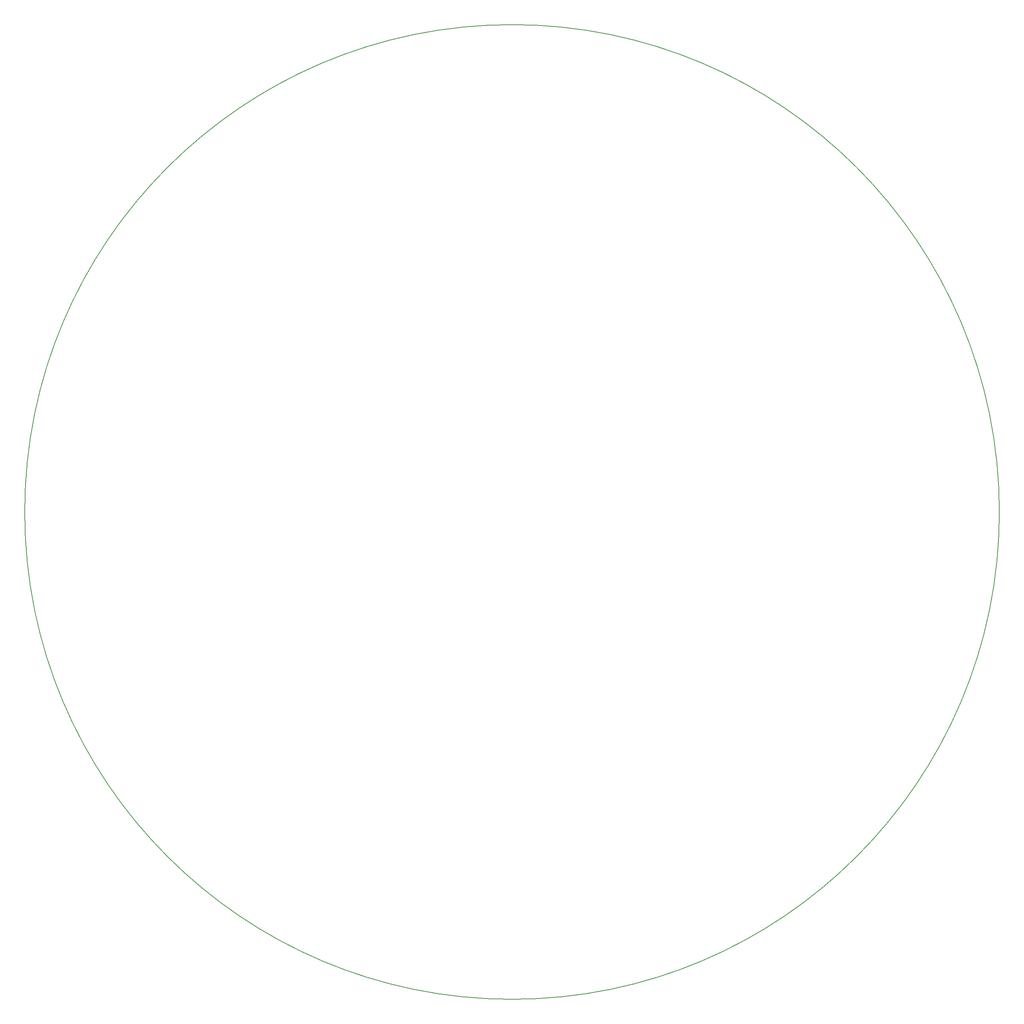
<source format=gbr>
G04 #@! TF.FileFunction,Profile,NP*
%FSLAX46Y46*%
G04 Gerber Fmt 4.6, Leading zero omitted, Abs format (unit mm)*
G04 Created by KiCad (PCBNEW 4.0.6-e0-6349~53~ubuntu16.04.1) date Sun Jun 25 10:16:04 2017*
%MOMM*%
%LPD*%
G01*
G04 APERTURE LIST*
%ADD10C,0.100000*%
%ADD11C,0.150000*%
G04 APERTURE END LIST*
D10*
D11*
X410000000Y-200000000D02*
G75*
G03X410000000Y-200000000I-110000000J0D01*
G01*
M02*

</source>
